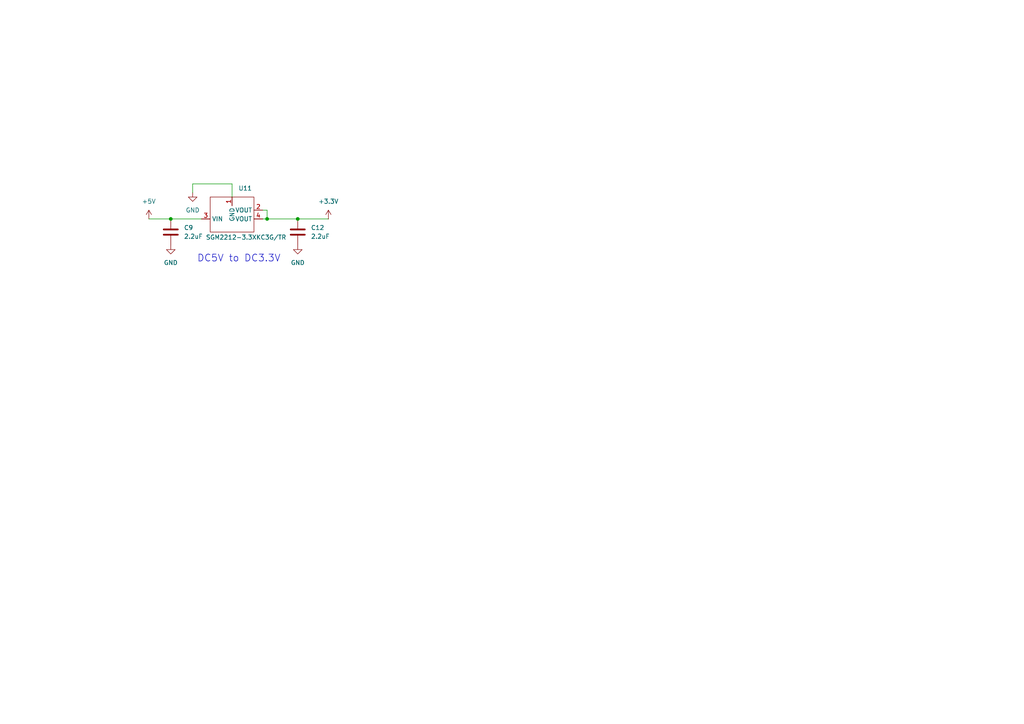
<source format=kicad_sch>
(kicad_sch (version 20241209) (generator "eeschema") (generator_version "9.0")
  (paper "A4")
  (lib_symbols
    (symbol "Library:+3.3V" (power) (pin_numbers (hide yes)) (pin_names (offset 0) (hide yes))
      (property "Value" "+3.3V" (at 0 3.556 0))
      (symbol "+3.3V_0_1"
        (polyline (pts (xy -0.762 1.27) (xy 0 2.54)))
        (polyline (pts (xy 0 2.54) (xy 0.762 1.27)))
        (polyline (pts (xy 0 0) (xy 0 2.54)))
      )
      (symbol "+3.3V_1_1"
        (pin power_in line (at 0 0 90) (length 0) (name "~") (number "1"))
      )
    )
    (symbol "Library:+4V" (power) (pin_names (offset 0))
      (property "Value" "+4V" (at 0 3.556 0))
      (symbol "+4V_0_1"
        (polyline (pts (xy -0.762 1.27) (xy 0 2.54)))
        (polyline (pts (xy 0 2.54) (xy 0.762 1.27)))
        (polyline (pts (xy 0 0) (xy 0 2.54)))
      )
      (symbol "+4V_1_1"
        (pin power_in line (at 0 0 90) (length 0) (hide yes) (name "+4V") (number "1"))
      )
    )
    (symbol "Library:C" (pin_numbers (hide yes)) (pin_names (offset 0.254))
      (property "Reference" "C" (at 0.635 2.54 0))
      (property "Value" "C" (at 0.635 -2.54 0))
      (symbol "C_0_1"
        (polyline (pts (xy -2.032 0.762) (xy 2.032 0.762)) (stroke (width 0.508)))
        (polyline (pts (xy -2.032 -0.762) (xy 2.032 -0.762)) (stroke (width 0.508)))
      )
      (symbol "C_1_1"
        (pin passive line (at 0 3.81 270) (length 2.794) (name "~") (number "1"))
        (pin passive line (at 0 -3.81 90) (length 2.794) (name "~") (number "2"))
      )
    )
    (symbol "Library:GND" (power) (pin_numbers (hide yes)) (pin_names (offset 0) (hide yes))
      (property "Value" "GND" (at 0 -3.81 0))
      (symbol "GND_0_1"
        (polyline (pts (xy 0 0) (xy 0 -1.27) (xy 1.27 -1.27) (xy 0 -2.54) (xy -1.27 -1.27) (xy 0 -1.27)))
      )
      (symbol "GND_1_1"
        (pin power_in line (at 0 0 270) (length 0) (name "~") (number "1"))
      )
    )
    (symbol "Library:SGM2212-3.3XKC3G/TR"
      (property "Reference" "U" (at 3.81 10.16 0))
      (property "Value" "SGM2212-3.3XKC3G{slash}TR" (at 0 -2.54 0))
      (property "Footprint" "Package_TO_SOT_SMD:SOT-223" (at 0 -5.08 0))
      (symbol "SGM2212-3.3XKC3G/TR_0_1"
        (rectangle (start -6.35 8.89) (end 6.35 -1.27))
      )
      (symbol "SGM2212-3.3XKC3G/TR_1_1"
        (pin input line (at -8.89 2.54 0) (length 2.54) (name "VIN") (number "3"))
        (pin passive line (at 0 8.89 270) (length 2.54) (name "GND") (number "1"))
        (pin passive line (at 8.89 5.08 180) (length 2.54) (name "VOUT") (number "2"))
        (pin passive line (at 8.89 2.54 180) (length 2.54) (name "VOUT") (number "4"))
      )
    )
  )
  (text "DC5V to DC3.3V\n" (at 57.15 76.2 0) (effects (font (size 2 2)) (justify left bottom)))
  (junction (at 86.36 63.5))
  (junction (at 77.47 63.5))
  (junction (at 49.53 63.5))
  (wire (pts (xy 76.2 63.5) (xy 77.47 63.5)))
  (wire (pts (xy 55.88 55.88) (xy 55.88 53.34)))
  (wire (pts (xy 49.53 63.5) (xy 58.42 63.5)))
  (wire (pts (xy 43.18 63.5) (xy 49.53 63.5)))
  (wire (pts (xy 76.2 60.96) (xy 77.47 60.96)))
  (wire (pts (xy 77.47 63.5) (xy 86.36 63.5)))
  (wire (pts (xy 77.47 60.96) (xy 77.47 63.5)))
  (wire (pts (xy 55.88 53.34) (xy 67.31 53.34)))
  (wire (pts (xy 86.36 63.5) (xy 95.25 63.5)))
  (wire (pts (xy 67.31 53.34) (xy 67.31 57.15)))
  (symbol (lib_id "Library:GND") (at 55.88 55.88 0) (unit 1)
    (property "Reference" "#PWR047" (effects (hide yes)))
    (property "Value" "GND" (at 55.88 60.96 0))
  )
  (symbol (lib_id "Library:C") (at 49.53 67.31 0) (unit 1)
    (property "Reference" "C9" (at 53.34 66.0399 0) (effects (justify left)))
    (property "Value" "2.2uF" (at 53.34 68.5799 0) (effects (justify left)))
    (property "Footprint" "Capacitor_SMD:C_0603_1608Metric" (effects (hide yes)))
  )
  (symbol (lib_id "Library:GND") (at 86.36 71.12 0) (unit 1)
    (property "Reference" "#PWR054" (effects (hide yes)))
    (property "Value" "GND" (at 86.36 76.2 0))
  )
  (symbol (lib_id "Library:SGM2212-3.3XKC3G/TR") (at 67.31 66.04 0) (unit 1)
    (property "Reference" "U11" (at 71.12 54.61 0))
    (property "Value" "SGM2212-3.3XKC3G/TR" (at 71.374 68.834 0))
    (property "Footprint" "Package_TO_SOT_SMD:SOT-223" (effects (hide yes)))
    (property "Datasheet" "https://www.sg-micro.de/show-product-983.html" (effects (hide yes)))
  )
  (symbol (lib_id "Library:GND") (at 49.53 71.12 0) (unit 1)
    (property "Reference" "#PWR022" (effects (hide yes)))
    (property "Value" "GND" (at 49.53 76.2 0))
  )
  (symbol (lib_id "Library:C") (at 86.36 67.31 0) (unit 1)
    (property "Reference" "C12" (at 90.17 66.0399 0) (effects (justify left)))
    (property "Value" "2.2uF" (at 90.17 68.5799 0) (effects (justify left)))
    (property "Footprint" "Capacitor_SMD:C_0603_1608Metric" (effects (hide yes)))
  )
  (symbol (lib_id "Library:+3.3V") (at 95.25 63.5 0) (unit 1)
    (property "Reference" "#PWR055" (effects (hide yes)))
    (property "Value" "+3.3V" (at 95.25 58.42 0))
  )
  (symbol (lib_id "Library:+4V") (at 43.18 63.5 0) (unit 1)
    (property "Reference" "#PWR021" (effects (hide yes)))
    (property "Value" "+5V" (at 43.18 58.42 0))
  )
)
</source>
